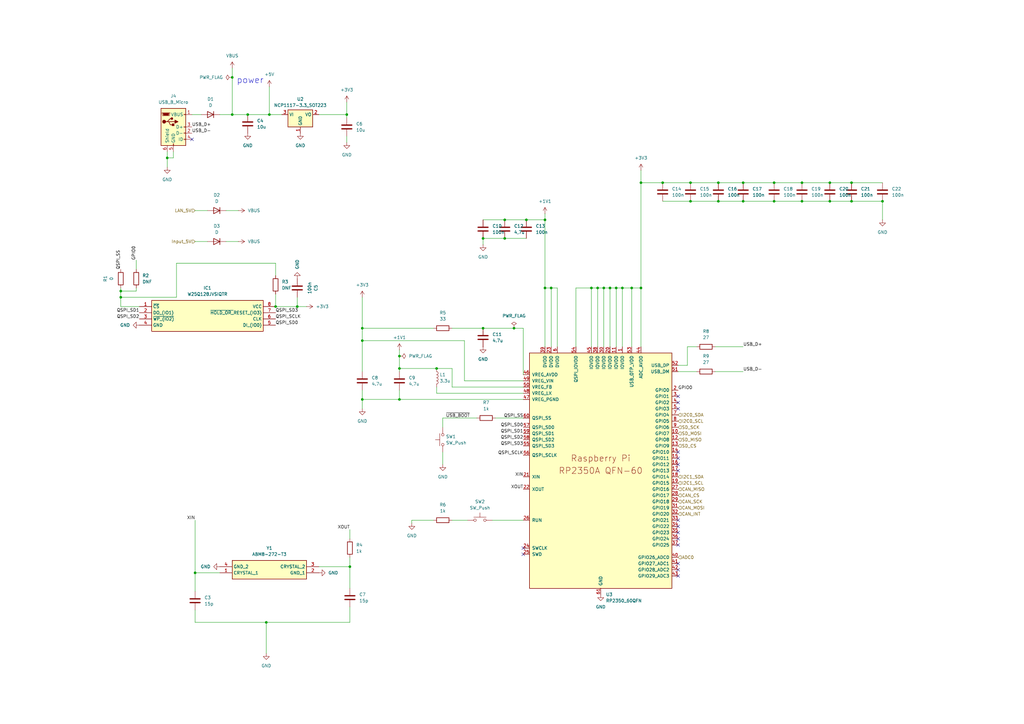
<source format=kicad_sch>
(kicad_sch (version 20250114) (generator "eeschema") (generator_version "9.0")
  (paper "A3")
  (lib_symbols
    (symbol "Connector:USB_B_Micro" (pin_names (offset 1.016))
      (property "Reference" "J" (at -5.08 11.43 0))
      (property "Value" "USB_B_Micro" (at -5.08 8.89 0))
      (symbol "USB_B_Micro_0_1"
        (rectangle (start -5.08 -7.62) (end 5.08 7.62) (stroke (width 0.254)) (fill (type background)))
        (polyline (pts (xy -4.699 5.842) (xy -4.699 5.588) (xy -4.445 4.826) (xy -4.445 4.572) (xy -1.651 4.572) (xy -1.651 4.826) (xy -1.397 5.588) (xy -1.397 5.842) (xy -4.699 5.842)))
        (polyline (pts (xy -4.318 5.588) (xy -1.778 5.588) (xy -2.032 4.826) (xy -4.064 4.826) (xy -4.318 5.588)) (fill (type outline)))
        (circle (center -3.81 2.159) (radius 0.635) (stroke (width 0.254)) (fill (type outline)))
        (polyline (pts (xy -3.175 2.159) (xy -2.54 2.159) (xy -1.27 3.429) (xy -0.635 3.429)) (stroke (width 0.254)))
        (polyline (pts (xy -2.54 2.159) (xy -1.905 2.159) (xy -1.27 0.889) (xy 0 0.889)) (stroke (width 0.254)))
        (polyline (pts (xy -1.905 2.159) (xy 0.635 2.159)) (stroke (width 0.254)))
        (circle (center -0.635 3.429) (radius 0.381) (stroke (width 0.254)) (fill (type outline)))
        (rectangle (start -0.127 -7.62) (end 0.127 -6.858))
        (rectangle (start 0.254 1.27) (end -0.508 0.508) (stroke (width 0.254)) (fill (type outline)))
        (polyline (pts (xy 0.635 2.794) (xy 0.635 1.524) (xy 1.905 2.159) (xy 0.635 2.794)) (stroke (width 0.254)) (fill (type outline)))
        (rectangle (start 5.08 4.953) (end 4.318 5.207))
        (rectangle (start 5.08 -0.127) (end 4.318 0.127))
        (rectangle (start 5.08 -2.667) (end 4.318 -2.413))
        (rectangle (start 5.08 -5.207) (end 4.318 -4.953))
      )
      (symbol "USB_B_Micro_1_1"
        (pin passive line (at -2.54 -10.16 90) (length 2.54) (name "Shield") (number "6"))
        (pin power_out line (at 0 -10.16 90) (length 2.54) (name "GND") (number "5"))
        (pin power_out line (at 7.62 5.08 180) (length 2.54) (name "VBUS") (number "1"))
        (pin bidirectional line (at 7.62 0 180) (length 2.54) (name "D+") (number "3"))
        (pin bidirectional line (at 7.62 -2.54 180) (length 2.54) (name "D-") (number "2"))
        (pin passive line (at 7.62 -5.08 180) (length 2.54) (name "ID") (number "4"))
      )
    )
    (symbol "Device:C" (pin_numbers (hide yes)) (pin_names (offset 0.254))
      (property "Reference" "C" (at 0.635 2.54 0))
      (property "Value" "C" (at 0.635 -2.54 0))
      (symbol "C_0_1"
        (polyline (pts (xy -2.032 0.762) (xy 2.032 0.762)) (stroke (width 0.508)))
        (polyline (pts (xy -2.032 -0.762) (xy 2.032 -0.762)) (stroke (width 0.508)))
      )
      (symbol "C_1_1"
        (pin passive line (at 0 3.81 270) (length 2.794) (name "~") (number "1"))
        (pin passive line (at 0 -3.81 90) (length 2.794) (name "~") (number "2"))
      )
    )
    (symbol "Device:D" (pin_numbers (hide yes)) (pin_names (offset 1.016) (hide yes))
      (property "Reference" "D" (at 0 2.54 0))
      (property "Value" "D" (at 0 -2.54 0))
      (symbol "D_0_1"
        (polyline (pts (xy -1.27 1.27) (xy -1.27 -1.27)) (stroke (width 0.254)))
        (polyline (pts (xy 1.27 1.27) (xy 1.27 -1.27) (xy -1.27 0) (xy 1.27 1.27)) (stroke (width 0.254)))
        (polyline (pts (xy 1.27 0) (xy -1.27 0)))
      )
      (symbol "D_1_1"
        (pin passive line (at -3.81 0 0) (length 2.54) (name "K") (number "1"))
        (pin passive line (at 3.81 0 180) (length 2.54) (name "A") (number "2"))
      )
    )
    (symbol "Device:L" (pin_numbers (hide yes)) (pin_names (offset 1.016) (hide yes))
      (property "Reference" "L" (at -1.27 0 90))
      (property "Value" "L" (at 1.905 0 90))
      (symbol "L_0_1"
        (arc (start 0 2.54) (mid 0.6323 1.905) (end 0 1.27))
        (arc (start 0 1.27) (mid 0.6323 0.635) (end 0 0))
        (arc (start 0 0) (mid 0.6323 -0.635) (end 0 -1.27))
        (arc (start 0 -1.27) (mid 0.6323 -1.905) (end 0 -2.54))
      )
      (symbol "L_1_1"
        (pin passive line (at 0 3.81 270) (length 1.27) (name "1") (number "1"))
        (pin passive line (at 0 -3.81 90) (length 1.27) (name "2") (number "2"))
      )
    )
    (symbol "Device:R" (pin_numbers (hide yes)) (pin_names (offset 0))
      (property "Reference" "R" (at 2.032 0 90))
      (property "Value" "R" (at 0 0 90))
      (symbol "R_0_1"
        (rectangle (start -1.016 -2.54) (end 1.016 2.54) (stroke (width 0.254)))
      )
      (symbol "R_1_1"
        (pin passive line (at 0 3.81 270) (length 1.27) (name "~") (number "1"))
        (pin passive line (at 0 -3.81 90) (length 1.27) (name "~") (number "2"))
      )
    )
    (symbol "MCU_RaspberryPi_RP2350:RP2350_60QFN" (pin_names (offset 1.016))
      (property "Reference" "U" (at -29.21 49.53 0))
      (property "Value" "RP2350_60QFN" (at 24.13 -49.53 0))
      (symbol "RP2350_60QFN_0_0"
        (text "Raspberry Pi" (at 0 5.08 0) (effects (font (size 2.54 2.54))))
      )
      (symbol "RP2350_60QFN_0_1"
        (rectangle (start 29.21 48.26) (end -29.21 -48.26) (stroke (width 0.254)) (fill (type background)))
      )
      (symbol "RP2350_60QFN_1_0"
        (text "RP2350A QFN-60" (at 0 0 0) (effects (font (size 2.54 2.54))))
      )
      (symbol "RP2350_60QFN_1_1"
        (pin power_in line (at -31.75 39.37 0) (length 2.54) (name "VREG_AVDD") (number "46"))
        (pin power_in line (at -31.75 36.83 0) (length 2.54) (name "VREG_VIN") (number "49"))
        (pin input line (at -31.75 34.29 0) (length 2.54) (name "VREG_FB") (number "50"))
        (pin power_out line (at -31.75 31.75 0) (length 2.54) (name "VREG_LX") (number "48"))
        (pin power_in line (at -31.75 29.21 0) (length 2.54) (name "VREG_PGND") (number "47"))
        (pin bidirectional line (at -31.75 21.59 0) (length 2.54) (name "QSPI_SS") (number "60"))
        (pin bidirectional line (at -31.75 17.78 0) (length 2.54) (name "QSPI_SD0") (number "57"))
        (pin bidirectional line (at -31.75 15.24 0) (length 2.54) (name "QSPI_SD1") (number "59"))
        (pin bidirectional line (at -31.75 12.7 0) (length 2.54) (name "QSPI_SD2") (number "58"))
        (pin bidirectional line (at -31.75 10.16 0) (length 2.54) (name "QSPI_SD3") (number "55"))
        (pin output line (at -31.75 6.35 0) (length 2.54) (name "QSPI_SCLK") (number "56"))
        (pin input line (at -31.75 -2.54 0) (length 2.54) (name "XIN") (number "21"))
        (pin passive line (at -31.75 -7.62 0) (length 2.54) (name "XOUT") (number "22"))
        (pin input line (at -31.75 -20.32 0) (length 2.54) (name "RUN") (number "26"))
        (pin output line (at -31.75 -31.75 0) (length 2.54) (name "SWCLK") (number "24"))
        (pin bidirectional line (at -31.75 -34.29 0) (length 2.54) (name "SWD") (number "25"))
        (pin power_in line (at -22.86 50.8 270) (length 2.54) (name "DVDD") (number "39"))
        (pin power_in line (at -20.32 50.8 270) (length 2.54) (name "DVDD") (number "23"))
        (pin power_in line (at -17.78 50.8 270) (length 2.54) (name "DVDD") (number "6"))
        (pin power_in line (at -10.16 50.8 270) (length 2.54) (name "QSPI_IOVDD") (number "54"))
        (pin power_in line (at -3.81 50.8 270) (length 2.54) (name "IOVDD") (number "45"))
        (pin power_in line (at -1.27 50.8 270) (length 2.54) (name "IOVDD") (number "38"))
        (pin power_in line (at 0 -50.8 90) (length 2.54) (name "GND") (number "61"))
        (pin power_in line (at 1.27 50.8 270) (length 2.54) (name "IOVDD") (number "30"))
        (pin power_in line (at 3.81 50.8 270) (length 2.54) (name "IOVDD") (number "20"))
        (pin power_in line (at 6.35 50.8 270) (length 2.54) (name "IOVDD") (number "11"))
        (pin power_in line (at 8.89 50.8 270) (length 2.54) (name "IOVDD") (number "1"))
        (pin power_in line (at 12.7 50.8 270) (length 2.54) (name "USB_OTP_VDD") (number "53"))
        (pin power_in line (at 16.51 50.8 270) (length 2.54) (name "ADC_AVDD") (number "44"))
        (pin bidirectional line (at 31.75 43.18 180) (length 2.54) (name "USB_DP") (number "52"))
        (pin bidirectional line (at 31.75 40.64 180) (length 2.54) (name "USB_DM") (number "51"))
        (pin bidirectional line (at 31.75 33.02 180) (length 2.54) (name "GPIO0") (number "2"))
        (pin bidirectional line (at 31.75 30.48 180) (length 2.54) (name "GPIO1") (number "3"))
        (pin bidirectional line (at 31.75 27.94 180) (length 2.54) (name "GPIO2") (number "4"))
        (pin bidirectional line (at 31.75 25.4 180) (length 2.54) (name "GPIO3") (number "5"))
        (pin bidirectional line (at 31.75 22.86 180) (length 2.54) (name "GPIO4") (number "7"))
        (pin bidirectional line (at 31.75 20.32 180) (length 2.54) (name "GPIO5") (number "8"))
        (pin bidirectional line (at 31.75 17.78 180) (length 2.54) (name "GPIO6") (number "9"))
        (pin bidirectional line (at 31.75 15.24 180) (length 2.54) (name "GPIO7") (number "10"))
        (pin bidirectional line (at 31.75 12.7 180) (length 2.54) (name "GPIO8") (number "12"))
        (pin bidirectional line (at 31.75 10.16 180) (length 2.54) (name "GPIO9") (number "13"))
        (pin bidirectional line (at 31.75 7.62 180) (length 2.54) (name "GPIO10") (number "14"))
        (pin bidirectional line (at 31.75 5.08 180) (length 2.54) (name "GPIO11") (number "15"))
        (pin bidirectional line (at 31.75 2.54 180) (length 2.54) (name "GPIO12") (number "16"))
        (pin bidirectional line (at 31.75 0 180) (length 2.54) (name "GPIO13") (number "17"))
        (pin bidirectional line (at 31.75 -2.54 180) (length 2.54) (name "GPIO14") (number "18"))
        (pin bidirectional line (at 31.75 -5.08 180) (length 2.54) (name "GPIO15") (number "19"))
        (pin bidirectional line (at 31.75 -7.62 180) (length 2.54) (name "GPIO16") (number "27"))
        (pin bidirectional line (at 31.75 -10.16 180) (length 2.54) (name "GPIO17") (number "28"))
        (pin bidirectional line (at 31.75 -12.7 180) (length 2.54) (name "GPIO18") (number "29"))
        (pin bidirectional line (at 31.75 -15.24 180) (length 2.54) (name "GPIO19") (number "31"))
        (pin bidirectional line (at 31.75 -17.78 180) (length 2.54) (name "GPIO20") (number "32"))
        (pin bidirectional line (at 31.75 -20.32 180) (length 2.54) (name "GPIO21") (number "33"))
        (pin bidirectional line (at 31.75 -22.86 180) (length 2.54) (name "GPIO22") (number "34"))
        (pin bidirectional line (at 31.75 -25.4 180) (length 2.54) (name "GPIO23") (number "35"))
        (pin bidirectional line (at 31.75 -27.94 180) (length 2.54) (name "GPIO24") (number "36"))
        (pin bidirectional line (at 31.75 -30.48 180) (length 2.54) (name "GPIO25") (number "37"))
        (pin bidirectional line (at 31.75 -35.56 180) (length 2.54) (name "GPIO26_ADC0") (number "40"))
        (pin bidirectional line (at 31.75 -38.1 180) (length 2.54) (name "GPIO27_ADC1") (number "41"))
        (pin bidirectional line (at 31.75 -40.64 180) (length 2.54) (name "GPIO28_ADC2") (number "42"))
        (pin bidirectional line (at 31.75 -43.18 180) (length 2.54) (name "GPIO29_ADC3") (number "43"))
      )
    )
    (symbol "Regulator_Linear:NCP1117-3.3_SOT223"
      (property "Reference" "U" (at -3.81 3.175 0))
      (property "Value" "NCP1117-3.3_SOT223" (at 0 3.175 0))
      (symbol "NCP1117-3.3_SOT223_0_1"
        (rectangle (start -5.08 -5.08) (end 5.08 1.905) (stroke (width 0.254)) (fill (type background)))
      )
      (symbol "NCP1117-3.3_SOT223_1_1"
        (pin power_in line (at -7.62 0 0) (length 2.54) (name "VI") (number "3"))
        (pin power_in line (at 0 -7.62 90) (length 2.54) (name "GND") (number "1"))
        (pin power_out line (at 7.62 0 180) (length 2.54) (name "VO") (number "2"))
      )
    )
    (symbol "SamacSys_Parts:ABM8-272-T3"
      (property "Reference" "Y" (at 36.83 7.62 0))
      (property "Value" "ABM8-272-T3" (at 36.83 5.08 0))
      (symbol "ABM8-272-T3_1_1"
        (rectangle (start 5.08 2.54) (end 35.56 -5.08) (stroke (width 0.254)) (fill (type background)))
        (pin passive line (at 0 0 0) (length 5.08) (name "GND_2") (number "4"))
        (pin passive line (at 0 -2.54 0) (length 5.08) (name "CRYSTAL_1") (number "1"))
        (pin passive line (at 40.64 0 180) (length 5.08) (name "CRYSTAL_2") (number "3"))
        (pin passive line (at 40.64 -2.54 180) (length 5.08) (name "GND_1") (number "2"))
      )
    )
    (symbol "Switch:SW_Push" (pin_numbers (hide yes)) (pin_names (offset 1.016) (hide yes))
      (property "Reference" "SW" (at 1.27 2.54 0))
      (property "Value" "SW_Push" (at 0 -1.524 0))
      (symbol "SW_Push_0_1"
        (circle (center -2.032 0) (radius 0.508))
        (polyline (pts (xy 0 1.27) (xy 0 3.048)))
        (circle (center 2.032 0) (radius 0.508))
        (polyline (pts (xy 2.54 1.27) (xy -2.54 1.27)))
        (pin passive line (at -5.08 0 0) (length 2.54) (name "1") (number "1"))
        (pin passive line (at 5.08 0 180) (length 2.54) (name "2") (number "2"))
      )
    )
    (symbol "W25Q128JVSIQTR:W25Q128JVSIQTR"
      (property "Reference" "IC" (at 52.07 7.62 0))
      (property "Value" "W25Q128JVSIQTR" (at 52.07 5.08 0))
      (symbol "W25Q128JVSIQTR_1_1"
        (rectangle (start 5.08 2.54) (end 50.8 -10.16) (stroke (width 0.254)) (fill (type background)))
        (pin passive line (at 0 0 0) (length 5.08) (name "~{CS}") (number "1"))
        (pin passive line (at 0 -2.54 0) (length 5.08) (name "DO_(IO1)") (number "2"))
        (pin passive line (at 0 -5.08 0) (length 5.08) (name "~{WP_(IO2)}") (number "3"))
        (pin passive line (at 0 -7.62 0) (length 5.08) (name "GND") (number "4"))
        (pin passive line (at 55.88 0 180) (length 5.08) (name "VCC") (number "8"))
        (pin passive line (at 55.88 -2.54 180) (length 5.08) (name "~{HOLD_OR_}RESET_(IO3)") (number "7"))
        (pin passive line (at 55.88 -5.08 180) (length 5.08) (name "CLK") (number "6"))
        (pin passive line (at 55.88 -7.62 180) (length 5.08) (name "DI_(IO0)") (number "5"))
      )
    )
    (symbol "power:+1V1" (power) (pin_numbers (hide yes)) (pin_names (offset 0) (hide yes))
      (property "Value" "+1V1" (at 0 3.556 0))
      (symbol "+1V1_0_1"
        (polyline (pts (xy -0.762 1.27) (xy 0 2.54)))
        (polyline (pts (xy 0 2.54) (xy 0.762 1.27)))
        (polyline (pts (xy 0 0) (xy 0 2.54)))
      )
      (symbol "+1V1_1_1"
        (pin power_in line (at 0 0 90) (length 0) (name "~") (number "1"))
      )
    )
    (symbol "power:+3V3" (power) (pin_numbers (hide yes)) (pin_names (offset 0) (hide yes))
      (property "Value" "+3V3" (at 0 3.556 0))
      (symbol "+3V3_0_1"
        (polyline (pts (xy -0.762 1.27) (xy 0 2.54)))
        (polyline (pts (xy 0 2.54) (xy 0.762 1.27)))
        (polyline (pts (xy 0 0) (xy 0 2.54)))
      )
      (symbol "+3V3_1_1"
        (pin power_in line (at 0 0 90) (length 0) (name "~") (number "1"))
      )
    )
    (symbol "power:+5V" (power) (pin_numbers (hide yes)) (pin_names (offset 0) (hide yes))
      (property "Value" "+5V" (at 0 3.556 0))
      (symbol "+5V_0_1"
        (polyline (pts (xy -0.762 1.27) (xy 0 2.54)))
        (polyline (pts (xy 0 2.54) (xy 0.762 1.27)))
        (polyline (pts (xy 0 0) (xy 0 2.54)))
      )
      (symbol "+5V_1_1"
        (pin power_in line (at 0 0 90) (length 0) (name "~") (number "1"))
      )
    )
    (symbol "power:GND" (power) (pin_numbers (hide yes)) (pin_names (offset 0) (hide yes))
      (property "Value" "GND" (at 0 -3.81 0))
      (symbol "GND_0_1"
        (polyline (pts (xy 0 0) (xy 0 -1.27) (xy 1.27 -1.27) (xy 0 -2.54) (xy -1.27 -1.27) (xy 0 -1.27)))
      )
      (symbol "GND_1_1"
        (pin power_in line (at 0 0 270) (length 0) (name "~") (number "1"))
      )
    )
    (symbol "power:PWR_FLAG" (power) (pin_numbers (hide yes)) (pin_names (offset 0) (hide yes))
      (property "Value" "PWR_FLAG" (at 0 3.81 0))
      (symbol "PWR_FLAG_0_0"
        (pin power_out line (at 0 0 90) (length 0) (name "~") (number "1"))
      )
      (symbol "PWR_FLAG_0_1"
        (polyline (pts (xy 0 0) (xy 0 1.27) (xy -1.016 1.905) (xy 0 2.54) (xy 1.016 1.905) (xy 0 1.27)))
      )
    )
    (symbol "power:VBUS" (power) (pin_numbers (hide yes)) (pin_names (offset 0) (hide yes))
      (property "Value" "VBUS" (at 0 3.556 0))
      (symbol "VBUS_0_1"
        (polyline (pts (xy -0.762 1.27) (xy 0 2.54)))
        (polyline (pts (xy 0 2.54) (xy 0.762 1.27)))
        (polyline (pts (xy 0 0) (xy 0 2.54)))
      )
      (symbol "VBUS_1_1"
        (pin power_in line (at 0 0 90) (length 0) (name "~") (number "1"))
      )
    )
  )
  (text "power" (at 102.616 33.02 0) (effects (font (size 2.54 2.54))))
  (junction (at 294.64 74.93))
  (junction (at 163.83 146.05))
  (junction (at 283.21 82.55))
  (junction (at 259.08 118.11))
  (junction (at 304.8 82.55))
  (junction (at 207.01 90.17))
  (junction (at 148.59 139.7))
  (junction (at 163.83 151.13))
  (junction (at 283.21 74.93))
  (junction (at 294.64 82.55))
  (junction (at 247.65 118.11))
  (junction (at 49.53 121.92))
  (junction (at 361.95 82.55))
  (junction (at 95.25 46.99))
  (junction (at 95.25 31.75))
  (junction (at 68.58 64.77))
  (junction (at 250.19 118.11))
  (junction (at 198.12 134.62))
  (junction (at 101.6 46.99))
  (junction (at 223.52 118.11))
  (junction (at 49.53 119.38))
  (junction (at 148.59 134.62))
  (junction (at 163.83 163.83))
  (junction (at 113.03 125.73))
  (junction (at 317.5 74.93))
  (junction (at 317.5 82.55))
  (junction (at 271.78 74.93))
  (junction (at 80.01 234.95))
  (junction (at 198.12 97.79))
  (junction (at 349.25 82.55))
  (junction (at 262.89 118.11))
  (junction (at 121.92 125.73))
  (junction (at 262.89 74.93))
  (junction (at 215.9 90.17))
  (junction (at 340.36 74.93))
  (junction (at 328.93 82.55))
  (junction (at 223.52 90.17))
  (junction (at 328.93 74.93))
  (junction (at 340.36 82.55))
  (junction (at 304.8 74.93))
  (junction (at 252.73 118.11))
  (junction (at 245.11 118.11))
  (junction (at 109.22 255.27))
  (junction (at 143.51 232.41))
  (junction (at 255.27 118.11))
  (junction (at 349.25 74.93))
  (junction (at 210.82 134.62))
  (junction (at 148.59 163.83))
  (junction (at 179.07 151.13))
  (junction (at 110.49 46.99))
  (junction (at 242.57 118.11))
  (junction (at 142.24 46.99))
  (junction (at 226.06 118.11))
  (junction (at 207.01 97.79))
  (no_connect (at 278.13 213.36))
  (no_connect (at 278.13 185.42))
  (no_connect (at 278.13 215.9))
  (no_connect (at 278.13 187.96))
  (no_connect (at 278.13 190.5))
  (no_connect (at 278.13 162.56))
  (no_connect (at 278.13 236.22))
  (no_connect (at 214.63 224.79))
  (no_connect (at 278.13 193.04))
  (no_connect (at 278.13 233.68))
  (no_connect (at 278.13 223.52))
  (no_connect (at 278.13 218.44))
  (no_connect (at 278.13 165.1))
  (no_connect (at 278.13 231.14))
  (no_connect (at 278.13 167.64))
  (no_connect (at 78.74 57.15))
  (no_connect (at 278.13 220.98))
  (no_connect (at 214.63 227.33))
  (wire (pts (xy 250.19 118.11) (xy 250.19 142.24)))
  (wire (pts (xy 285.75 142.24) (xy 281.94 142.24)))
  (wire (pts (xy 214.63 134.62) (xy 210.82 134.62)))
  (wire (pts (xy 340.36 74.93) (xy 349.25 74.93)))
  (wire (pts (xy 92.71 99.06) (xy 97.79 99.06)))
  (wire (pts (xy 304.8 82.55) (xy 317.5 82.55)))
  (wire (pts (xy 255.27 118.11) (xy 255.27 142.24)))
  (wire (pts (xy 163.83 146.05) (xy 163.83 151.13)))
  (wire (pts (xy 228.6 142.24) (xy 228.6 118.11)))
  (wire (pts (xy 109.22 255.27) (xy 143.51 255.27)))
  (wire (pts (xy 143.51 248.92) (xy 143.51 255.27)))
  (wire (pts (xy 198.12 97.79) (xy 198.12 100.33)))
  (wire (pts (xy 143.51 232.41) (xy 143.51 241.3)))
  (wire (pts (xy 245.11 118.11) (xy 245.11 142.24)))
  (wire (pts (xy 328.93 82.55) (xy 340.36 82.55)))
  (wire (pts (xy 121.92 121.92) (xy 121.92 125.73)))
  (wire (pts (xy 148.59 163.83) (xy 148.59 160.02)))
  (wire (pts (xy 190.5 139.7) (xy 148.59 139.7)))
  (wire (pts (xy 252.73 118.11) (xy 252.73 142.24)))
  (wire (pts (xy 271.78 82.55) (xy 283.21 82.55)))
  (wire (pts (xy 294.64 82.55) (xy 304.8 82.55)))
  (wire (pts (xy 281.94 142.24) (xy 281.94 149.86)))
  (wire (pts (xy 130.81 46.99) (xy 142.24 46.99)))
  (wire (pts (xy 226.06 118.11) (xy 223.52 118.11)))
  (wire (pts (xy 250.19 118.11) (xy 252.73 118.11)))
  (wire (pts (xy 113.03 125.73) (xy 121.92 125.73)))
  (wire (pts (xy 259.08 118.11) (xy 259.08 142.24)))
  (wire (pts (xy 214.63 161.29) (xy 179.07 161.29)))
  (wire (pts (xy 293.37 142.24) (xy 304.8 142.24)))
  (wire (pts (xy 361.95 82.55) (xy 361.95 90.17)))
  (wire (pts (xy 113.03 120.65) (xy 113.03 125.73)))
  (wire (pts (xy 71.12 62.23) (xy 71.12 64.77)))
  (wire (pts (xy 195.58 171.45) (xy 181.61 171.45)))
  (wire (pts (xy 68.58 62.23) (xy 68.58 64.77)))
  (wire (pts (xy 304.8 74.93) (xy 317.5 74.93)))
  (wire (pts (xy 55.88 110.49) (xy 55.88 106.68)))
  (wire (pts (xy 262.89 118.11) (xy 262.89 142.24)))
  (wire (pts (xy 214.63 153.67) (xy 214.63 134.62)))
  (wire (pts (xy 262.89 69.85) (xy 262.89 74.93)))
  (wire (pts (xy 49.53 121.92) (xy 72.39 121.92)))
  (wire (pts (xy 228.6 118.11) (xy 226.06 118.11)))
  (wire (pts (xy 142.24 46.99) (xy 142.24 48.26)))
  (wire (pts (xy 110.49 35.56) (xy 110.49 46.99)))
  (wire (pts (xy 148.59 121.92) (xy 148.59 134.62)))
  (wire (pts (xy 148.59 163.83) (xy 163.83 163.83)))
  (wire (pts (xy 198.12 97.79) (xy 207.01 97.79)))
  (wire (pts (xy 271.78 74.93) (xy 283.21 74.93)))
  (wire (pts (xy 72.39 121.92) (xy 72.39 107.95)))
  (wire (pts (xy 49.53 125.73) (xy 57.15 125.73)))
  (wire (pts (xy 49.53 119.38) (xy 55.88 119.38)))
  (wire (pts (xy 198.12 90.17) (xy 207.01 90.17)))
  (wire (pts (xy 92.71 86.36) (xy 97.79 86.36)))
  (wire (pts (xy 349.25 82.55) (xy 361.95 82.55)))
  (wire (pts (xy 190.5 156.21) (xy 190.5 139.7)))
  (wire (pts (xy 317.5 82.55) (xy 328.93 82.55)))
  (wire (pts (xy 95.25 27.94) (xy 95.25 31.75)))
  (wire (pts (xy 214.63 158.75) (xy 185.42 158.75)))
  (wire (pts (xy 349.25 74.93) (xy 361.95 74.93)))
  (wire (pts (xy 223.52 87.63) (xy 223.52 90.17)))
  (wire (pts (xy 113.03 107.95) (xy 113.03 113.03)))
  (wire (pts (xy 278.13 149.86) (xy 281.94 149.86)))
  (wire (pts (xy 143.51 228.6) (xy 143.51 232.41)))
  (wire (pts (xy 80.01 99.06) (xy 85.09 99.06)))
  (wire (pts (xy 130.81 232.41) (xy 143.51 232.41)))
  (wire (pts (xy 223.52 118.11) (xy 223.52 142.24)))
  (wire (pts (xy 278.13 152.4) (xy 285.75 152.4)))
  (wire (pts (xy 95.25 31.75) (xy 95.25 46.99)))
  (wire (pts (xy 252.73 118.11) (xy 255.27 118.11)))
  (wire (pts (xy 142.24 41.91) (xy 142.24 46.99)))
  (wire (pts (xy 163.83 151.13) (xy 163.83 152.4)))
  (wire (pts (xy 49.53 121.92) (xy 49.53 125.73)))
  (wire (pts (xy 49.53 119.38) (xy 49.53 121.92)))
  (wire (pts (xy 317.5 74.93) (xy 328.93 74.93)))
  (wire (pts (xy 148.59 139.7) (xy 148.59 152.4)))
  (wire (pts (xy 215.9 90.17) (xy 223.52 90.17)))
  (wire (pts (xy 80.01 213.36) (xy 80.01 234.95)))
  (wire (pts (xy 148.59 134.62) (xy 148.59 139.7)))
  (wire (pts (xy 55.88 119.38) (xy 55.88 118.11)))
  (wire (pts (xy 294.64 74.93) (xy 304.8 74.93)))
  (wire (pts (xy 247.65 118.11) (xy 250.19 118.11)))
  (wire (pts (xy 177.8 213.36) (xy 168.91 213.36)))
  (wire (pts (xy 226.06 142.24) (xy 226.06 118.11)))
  (wire (pts (xy 236.22 118.11) (xy 242.57 118.11)))
  (wire (pts (xy 95.25 46.99) (xy 101.6 46.99)))
  (wire (pts (xy 80.01 234.95) (xy 90.17 234.95)))
  (wire (pts (xy 340.36 82.55) (xy 349.25 82.55)))
  (wire (pts (xy 259.08 118.11) (xy 262.89 118.11)))
  (wire (pts (xy 207.01 97.79) (xy 215.9 97.79)))
  (wire (pts (xy 90.17 46.99) (xy 95.25 46.99)))
  (wire (pts (xy 242.57 118.11) (xy 245.11 118.11)))
  (wire (pts (xy 203.2 171.45) (xy 214.63 171.45)))
  (wire (pts (xy 80.01 255.27) (xy 109.22 255.27)))
  (wire (pts (xy 110.49 46.99) (xy 115.57 46.99)))
  (wire (pts (xy 185.42 158.75) (xy 185.42 151.13)))
  (wire (pts (xy 49.53 119.38) (xy 49.53 118.11)))
  (wire (pts (xy 68.58 64.77) (xy 68.58 68.58)))
  (wire (pts (xy 262.89 74.93) (xy 271.78 74.93)))
  (wire (pts (xy 245.11 118.11) (xy 247.65 118.11)))
  (wire (pts (xy 163.83 151.13) (xy 179.07 151.13)))
  (wire (pts (xy 80.01 234.95) (xy 80.01 242.57)))
  (wire (pts (xy 214.63 156.21) (xy 190.5 156.21)))
  (wire (pts (xy 109.22 255.27) (xy 109.22 267.97)))
  (wire (pts (xy 185.42 213.36) (xy 191.77 213.36)))
  (wire (pts (xy 78.74 46.99) (xy 82.55 46.99)))
  (wire (pts (xy 168.91 213.36) (xy 168.91 214.63)))
  (wire (pts (xy 236.22 142.24) (xy 236.22 118.11)))
  (wire (pts (xy 210.82 134.62) (xy 198.12 134.62)))
  (wire (pts (xy 283.21 82.55) (xy 294.64 82.55)))
  (wire (pts (xy 80.01 250.19) (xy 80.01 255.27)))
  (wire (pts (xy 179.07 151.13) (xy 185.42 151.13)))
  (wire (pts (xy 179.07 161.29) (xy 179.07 158.75)))
  (wire (pts (xy 328.93 74.93) (xy 340.36 74.93)))
  (wire (pts (xy 283.21 74.93) (xy 294.64 74.93)))
  (wire (pts (xy 80.01 86.36) (xy 85.09 86.36)))
  (wire (pts (xy 293.37 152.4) (xy 304.8 152.4)))
  (wire (pts (xy 255.27 118.11) (xy 259.08 118.11)))
  (wire (pts (xy 148.59 167.64) (xy 148.59 163.83)))
  (wire (pts (xy 72.39 107.95) (xy 113.03 107.95)))
  (wire (pts (xy 163.83 163.83) (xy 214.63 163.83)))
  (wire (pts (xy 142.24 58.42) (xy 142.24 55.88)))
  (wire (pts (xy 223.52 90.17) (xy 223.52 118.11)))
  (wire (pts (xy 121.92 125.73) (xy 125.73 125.73)))
  (wire (pts (xy 181.61 185.42) (xy 181.61 190.5)))
  (wire (pts (xy 163.83 160.02) (xy 163.83 163.83)))
  (wire (pts (xy 143.51 217.17) (xy 143.51 220.98)))
  (wire (pts (xy 181.61 171.45) (xy 181.61 175.26)))
  (wire (pts (xy 163.83 143.51) (xy 163.83 146.05)))
  (wire (pts (xy 101.6 46.99) (xy 110.49 46.99)))
  (wire (pts (xy 242.57 118.11) (xy 242.57 142.24)))
  (wire (pts (xy 71.12 64.77) (xy 68.58 64.77)))
  (wire (pts (xy 262.89 74.93) (xy 262.89 118.11)))
  (wire (pts (xy 214.63 213.36) (xy 201.93 213.36)))
  (wire (pts (xy 148.59 134.62) (xy 177.8 134.62)))
  (wire (pts (xy 247.65 118.11) (xy 247.65 142.24)))
  (wire (pts (xy 207.01 90.17) (xy 215.9 90.17)))
  (wire (pts (xy 185.42 134.62) (xy 198.12 134.62)))
  (label "XOUT" (at 143.51 217.17 180))
  (label "QSPI_SD1" (at 214.63 177.8 180))
  (label "QSPI_SD0" (at 113.03 133.35 0))
  (label "QSPI_SCLK" (at 113.03 130.81 0))
  (label "XIN" (at 80.01 213.36 180))
  (label "QSPI_SD2" (at 57.15 130.81 180))
  (label "QSPI_SD2" (at 214.63 180.34 180))
  (label "QSPI_SD3" (at 214.63 182.88 180))
  (label "QSPI_SCLK" (at 214.63 186.69 180))
  (label "USB_D-" (at 304.8 152.4 0))
  (label "QSPI_SS" (at 214.63 171.45 180))
  (label "GPIO0" (at 55.88 106.68 90))
  (label "QSPI_SD3" (at 113.03 128.27 0))
  (label "~{USB_BOOT}" (at 182.88 171.45 0))
  (label "USB_D+" (at 304.8 142.24 0))
  (label "USB_D+" (at 78.74 52.07 0))
  (label "QSPI_SS" (at 49.53 110.49 90))
  (label "USB_D-" (at 78.74 54.61 0))
  (label "XOUT" (at 214.63 200.66 180))
  (label "GPIO0" (at 278.13 160.02 0))
  (label "QSPI_SD0" (at 214.63 175.26 180))
  (label "QSPI_SD1" (at 57.15 128.27 180))
  (label "XIN" (at 214.63 195.58 180))
  (hierarchical_label "CAN_SCK" (shape input) (at 278.13 205.74 0))
  (hierarchical_label "LAN_5V" (shape input) (at 80.01 86.36 180))
  (hierarchical_label "CAN_MISO" (shape input) (at 278.13 200.66 0))
  (hierarchical_label "CAN_CS" (shape input) (at 278.13 203.2 0))
  (hierarchical_label "I2C1_SDA" (shape input) (at 278.13 195.58 0))
  (hierarchical_label "I2C0_SDA" (shape input) (at 278.13 170.18 0))
  (hierarchical_label "SD_SCK" (shape input) (at 278.13 175.26 0))
  (hierarchical_label "SD_MOSI" (shape input) (at 278.13 177.8 0))
  (hierarchical_label "Input_5V" (shape input) (at 80.01 99.06 180))
  (hierarchical_label "SD_MISO" (shape input) (at 278.13 180.34 0))
  (hierarchical_label "SD_CS" (shape input) (at 278.13 182.88 0))
  (hierarchical_label "ADC0" (shape input) (at 278.13 228.6 0))
  (hierarchical_label "I2C1_SCL" (shape input) (at 278.13 198.12 0))
  (hierarchical_label "I2C0_SCL" (shape input) (at 278.13 172.72 0))
  (hierarchical_label "CAN_INT" (shape input) (at 278.13 210.82 0))
  (hierarchical_label "CAN_MOSI" (shape input) (at 278.13 208.28 0))
  (symbol (lib_id "Device:R") (at 199.39 171.45 270) (unit 1)
    (property "Reference" "R7" (at 199.39 165.1 90))
    (property "Value" "1k" (at 199.39 167.64 90))
    (property "Footprint" "Resistor_SMD:R_0402_1005Metric" (effects (hide yes)))
    (property "Description" "Resistor" (effects (hide yes)))
  )
  (symbol (lib_id "power:GND") (at 57.15 133.35 270) (unit 1)
    (property "Reference" "#PWR012" (effects (hide yes)))
    (property "Value" "GND" (at 53.34 133.3499 90) (effects (justify right)))
    (property "Description" "Power symbol creates a global label with name \"GND\" , ground" (effects (hide yes)))
  )
  (symbol (lib_id "Device:C") (at 142.24 52.07 0) (unit 1)
    (property "Reference" "C6" (at 146.05 50.7999 0) (effects (justify left)))
    (property "Value" "10u" (at 146.05 53.3399 0) (effects (justify left)))
    (property "Footprint" "Capacitor_SMD:C_0805_2012Metric" (effects (hide yes)))
    (property "Description" "Unpolarized capacitor" (effects (hide yes)))
  )
  (symbol (lib_id "MCU_RaspberryPi_RP2350:RP2350_60QFN") (at 246.38 193.04 0) (unit 1)
    (property "Reference" "U3" (at 248.5233 243.84 0) (effects (justify left)))
    (property "Value" "RP2350_60QFN" (at 248.5233 246.38 0) (effects (justify left)))
    (property "Footprint" "RP2350_60QFN_minimal:RP2350-QFN-60-1EP_7x7_P0.4mm_EP3.4x3.4mm_ThermalVias" (effects (hide yes)))
  )
  (symbol (lib_id "power:PWR_FLAG") (at 95.25 31.75 90) (unit 1)
    (property "Reference" "#FLG02" (effects (hide yes)))
    (property "Value" "PWR_FLAG" (at 91.44 31.7499 90) (effects (justify left)))
    (property "Description" "Special symbol for telling ERC where power comes from" (effects (hide yes)))
  )
  (symbol (lib_id "power:+3V3") (at 125.73 125.73 270) (unit 1)
    (property "Reference" "#PWR023" (effects (hide yes)))
    (property "Value" "+3V3" (at 129.54 125.7299 90) (effects (justify left)))
    (property "Description" "Power symbol creates a global label with name \"+3V3\"" (effects (hide yes)))
  )
  (symbol (lib_id "Device:C") (at 101.6 50.8 0) (unit 1)
    (property "Reference" "C4" (at 105.41 49.5299 0) (effects (justify left)))
    (property "Value" "10u" (at 105.41 52.0699 0) (effects (justify left)))
    (property "Footprint" "Capacitor_SMD:C_0805_2012Metric" (effects (hide yes)))
    (property "Description" "Unpolarized capacitor" (effects (hide yes)))
  )
  (symbol (lib_id "Device:R") (at 55.88 114.3 0) (unit 1)
    (property "Reference" "R2" (at 58.42 113.0299 0) (effects (justify left)))
    (property "Value" "DNF" (at 58.42 115.5699 0) (effects (justify left)))
    (property "Footprint" "Resistor_SMD:R_0402_1005Metric" (effects (hide yes)))
    (property "Description" "Resistor" (effects (hide yes)))
  )
  (symbol (lib_id "power:PWR_FLAG") (at 210.82 134.62 0) (unit 1)
    (property "Reference" "#FLG05" (effects (hide yes)))
    (property "Value" "PWR_FLAG" (at 210.82 129.54 0))
    (property "Description" "Special symbol for telling ERC where power comes from" (effects (hide yes)))
  )
  (symbol (lib_id "Device:R") (at 181.61 134.62 270) (unit 1)
    (property "Reference" "R5" (at 181.61 128.27 90))
    (property "Value" "33" (at 181.61 130.81 90))
    (property "Footprint" "Resistor_SMD:R_0402_1005Metric" (effects (hide yes)))
    (property "Description" "Resistor" (effects (hide yes)))
  )
  (symbol (lib_id "power:GND") (at 148.59 167.64 0) (unit 1)
    (property "Reference" "#PWR028" (effects (hide yes)))
    (property "Value" "GND" (at 148.59 172.72 0))
    (property "Description" "Power symbol creates a global label with name \"GND\" , ground" (effects (hide yes)))
  )
  (symbol (lib_id "Device:C") (at 349.25 78.74 0) (unit 1)
    (property "Reference" "C21" (at 353.06 77.4699 0) (effects (justify left)))
    (property "Value" "100n" (at 353.06 80.0099 0) (effects (justify left)))
    (property "Footprint" "Capacitor_SMD:C_0402_1005Metric" (effects (hide yes)))
    (property "Description" "Unpolarized capacitor" (effects (hide yes)))
  )
  (symbol (lib_id "Switch:SW_Push") (at 181.61 180.34 90) (unit 1)
    (property "Reference" "SW1" (at 182.88 179.0699 90) (effects (justify right)))
    (property "Value" "SW_Push" (at 182.88 181.6099 90) (effects (justify right)))
    (property "Footprint" "Button_Switch_SMD:SW_Push_1P1T_NO_Vertical_Wuerth_434133025816" (effects (hide yes)))
    (property "Description" "Push button switch, generic, two pins" (effects (hide yes)))
  )
  (symbol (lib_id "Device:R") (at 143.51 224.79 0) (unit 1)
    (property "Reference" "R4" (at 146.05 223.5199 0) (effects (justify left)))
    (property "Value" "1k" (at 146.05 226.0599 0) (effects (justify left)))
    (property "Footprint" "Resistor_SMD:R_0402_1005Metric" (effects (hide yes)))
    (property "Description" "Resistor" (effects (hide yes)))
  )
  (symbol (lib_id "Device:C") (at 163.83 156.21 0) (unit 1)
    (property "Reference" "C9" (at 167.64 154.9399 0) (effects (justify left)))
    (property "Value" "4,7u" (at 167.64 157.4799 0) (effects (justify left)))
    (property "Footprint" "RP2350_60QFN_minimal:C_0402_1005Metric_small_pads" (effects (hide yes)))
    (property "Description" "Unpolarized capacitor" (effects (hide yes)))
  )
  (symbol (lib_id "Device:C") (at 80.01 246.38 0) (unit 1)
    (property "Reference" "C3" (at 83.82 245.1099 0) (effects (justify left)))
    (property "Value" "15p" (at 83.82 247.6499 0) (effects (justify left)))
    (property "Footprint" "Capacitor_SMD:C_0402_1005Metric" (effects (hide yes)))
    (property "Description" "Unpolarized capacitor" (effects (hide yes)))
  )
  (symbol (lib_id "Device:C") (at 317.5 78.74 0) (unit 1)
    (property "Reference" "C18" (at 321.31 77.4699 0) (effects (justify left)))
    (property "Value" "100n" (at 321.31 80.0099 0) (effects (justify left)))
    (property "Footprint" "Capacitor_SMD:C_0402_1005Metric" (effects (hide yes)))
    (property "Description" "Unpolarized capacitor" (effects (hide yes)))
  )
  (symbol (lib_id "power:VBUS") (at 97.79 86.36 270) (unit 1)
    (property "Reference" "#PWR016" (effects (hide yes)))
    (property "Value" "VBUS" (at 101.6 86.3599 90) (effects (justify left)))
    (property "Description" "Power symbol creates a global label with name \"VBUS\"" (effects (hide yes)))
  )
  (symbol (lib_id "power:GND") (at 142.24 58.42 0) (unit 1)
    (property "Reference" "#PWR026" (effects (hide yes)))
    (property "Value" "GND" (at 142.24 63.5 0))
    (property "Description" "Power symbol creates a global label with name \"GND\" , ground" (effects (hide yes)))
  )
  (symbol (lib_id "power:GND") (at 68.58 68.58 0) (unit 1)
    (property "Reference" "#PWR013" (effects (hide yes)))
    (property "Value" "GND" (at 68.58 73.66 0))
    (property "Description" "Power symbol creates a global label with name \"GND\" , ground" (effects (hide yes)))
  )
  (symbol (lib_id "power:GND") (at 361.95 90.17 0) (unit 1)
    (property "Reference" "#PWR043" (effects (hide yes)))
    (property "Value" "GND" (at 361.95 95.25 0))
    (property "Description" "Power symbol creates a global label with name \"GND\" , ground" (effects (hide yes)))
  )
  (symbol (lib_id "power:+1V1") (at 223.52 87.63 0) (unit 1)
    (property "Reference" "#PWR040" (effects (hide yes)))
    (property "Value" "+1V1" (at 223.52 82.55 0))
    (property "Description" "Power symbol creates a global label with name \"+1V1\"" (effects (hide yes)))
  )
  (symbol (lib_id "Device:C") (at 148.59 156.21 0) (unit 1)
    (property "Reference" "C8" (at 152.4 154.9399 0) (effects (justify left)))
    (property "Value" "4.7u" (at 152.4 157.4799 0) (effects (justify left)))
    (property "Footprint" "RP2350_60QFN_minimal:C_0402_1005Metric_small_pads" (effects (hide yes)))
    (property "Description" "Unpolarized capacitor" (effects (hide yes)))
  )
  (symbol (lib_id "Device:C") (at 283.21 78.74 0) (unit 1)
    (property "Reference" "C15" (at 287.02 77.4699 0) (effects (justify left)))
    (property "Value" "100n" (at 287.02 80.0099 0) (effects (justify left)))
    (property "Footprint" "Capacitor_SMD:C_0402_1005Metric" (effects (hide yes)))
    (property "Description" "Unpolarized capacitor" (effects (hide yes)))
  )
  (symbol (lib_id "Connector:USB_B_Micro") (at 71.12 52.07 0) (unit 1)
    (property "Reference" "J4" (at 71.12 39.37 0))
    (property "Value" "USB_B_Micro" (at 71.12 41.91 0))
    (property "Footprint" "Connector_USB:USB_Micro-B_Amphenol_10103594-0001LF_Horizontal" (effects (hide yes)))
    (property "Description" "USB Micro Type B connector" (effects (hide yes)))
  )
  (symbol (lib_id "Device:D") (at 86.36 46.99 180) (unit 1)
    (property "Reference" "D1" (at 86.36 40.64 0))
    (property "Value" "D" (at 86.36 43.18 0))
    (property "Footprint" "Diode_SMD:D_SMA" (effects (hide yes)))
    (property "Description" "Diode" (effects (hide yes)))
    (property "Sim.Device" "D" (effects (hide yes)))
    (property "Sim.Pins" "1=K 2=A" (effects (hide yes)))
  )
  (symbol (lib_id "Device:D") (at 88.9 86.36 180) (unit 1)
    (property "Reference" "D2" (at 88.9 80.01 0))
    (property "Value" "D" (at 88.9 82.55 0))
    (property "Footprint" "Diode_SMD:D_SMA" (effects (hide yes)))
    (property "Description" "Diode" (effects (hide yes)))
    (property "Sim.Device" "D" (effects (hide yes)))
    (property "Sim.Pins" "1=K 2=A" (effects (hide yes)))
  )
  (symbol (lib_id "power:VBUS") (at 97.79 99.06 270) (unit 1)
    (property "Reference" "#PWR017" (effects (hide yes)))
    (property "Value" "VBUS" (at 101.6 99.0599 90) (effects (justify left)))
    (property "Description" "Power symbol creates a global label with name \"VBUS\"" (effects (hide yes)))
  )
  (symbol (lib_id "power:VBUS") (at 95.25 27.94 0) (unit 1)
    (property "Reference" "#PWR015" (effects (hide yes)))
    (property "Value" "VBUS" (at 95.25 22.86 0))
    (property "Description" "Power symbol creates a global label with name \"VBUS\"" (effects (hide yes)))
  )
  (symbol (lib_id "SamacSys_Parts:ABM8-272-T3") (at 90.17 232.41 0) (unit 1)
    (property "Reference" "Y1" (at 110.49 224.79 0))
    (property "Value" "ABM8-272-T3" (at 110.49 227.33 0))
    (property "Footprint" "Crystal:Crystal_SMD_3225-4Pin_3.2x2.5mm" (effects (hide yes)))
    (property "Datasheet" "https://abracon.com/datasheets/ABM8-272-T3.pdf" (effects (hide yes)))
    (property "Description" "Crystal, 12 MHz, SMD, 3.2mm x 2.5mm, 30 ppm, 10 pF, 30 ppm, ABM8 Series" (effects (hide yes)))
    (property "Height" "0.8" (effects (hide yes)))
    (property "Manufacturer_Name" "ABRACON" (effects (hide yes)))
    (property "Manufacturer_Part_Number" "ABM8-272-T3" (effects (hide yes)))
    (property "Mouser Part Number" "815-ABM8-272-T3" (effects (hide yes)))
    (property "Mouser Price/Stock" "https://www.mouser.co.uk/ProductDetail/ABRACON/ABM8-272-T3?qs=QpmGXVUTftEj6miOiJBMxQ%3D%3D" (effects (hide yes)))
  )
  (symbol (lib_id "power:GND") (at 130.81 234.95 90) (unit 1)
    (property "Reference" "#PWR024" (effects (hide yes)))
    (property "Value" "GND" (at 134.62 234.9499 90) (effects (justify right)))
    (property "Description" "Power symbol creates a global label with name \"GND\" , ground" (effects (hide yes)))
  )
  (symbol (lib_id "Device:C") (at 340.36 78.74 0) (unit 1)
    (property "Reference" "C20" (at 344.17 77.4699 0) (effects (justify left)))
    (property "Value" "100n" (at 344.17 80.0099 0) (effects (justify left)))
    (property "Footprint" "Capacitor_SMD:C_0402_1005Metric" (effects (hide yes)))
    (property "Description" "Unpolarized capacitor" (effects (hide yes)))
  )
  (symbol (lib_id "Device:R") (at 181.61 213.36 270) (unit 1)
    (property "Reference" "R6" (at 181.61 207.01 90))
    (property "Value" "1k" (at 181.61 209.55 90))
    (property "Footprint" "Resistor_SMD:R_0402_1005Metric" (effects (hide yes)))
    (property "Description" "Resistor" (effects (hide yes)))
  )
  (symbol (lib_id "power:GND") (at 181.61 190.5 0) (unit 1)
    (property "Reference" "#PWR037" (effects (hide yes)))
    (property "Value" "GND" (at 181.61 195.58 0))
    (property "Description" "Power symbol creates a global label with name \"GND\" , ground" (effects (hide yes)))
  )
  (symbol (lib_id "Device:R") (at 289.56 142.24 270) (unit 1)
    (property "Reference" "R8" (at 289.56 135.89 90))
    (property "Value" "27" (at 289.56 138.43 90))
    (property "Footprint" "Resistor_SMD:R_0402_1005Metric" (effects (hide yes)))
    (property "Description" "Resistor" (effects (hide yes)))
  )
  (symbol (lib_id "Device:C") (at 328.93 78.74 0) (unit 1)
    (property "Reference" "C19" (at 332.74 77.4699 0) (effects (justify left)))
    (property "Value" "100n" (at 332.74 80.0099 0) (effects (justify left)))
    (property "Footprint" "Capacitor_SMD:C_0402_1005Metric" (effects (hide yes)))
    (property "Description" "Unpolarized capacitor" (effects (hide yes)))
  )
  (symbol (lib_id "Device:C") (at 198.12 93.98 0) (unit 1)
    (property "Reference" "C10" (at 201.93 92.7099 0) (effects (justify left)))
    (property "Value" "100n" (at 201.93 95.2499 0) (effects (justify left)))
    (property "Footprint" "Capacitor_SMD:C_0402_1005Metric" (effects (hide yes)))
    (property "Description" "Unpolarized capacitor" (effects (hide yes)))
  )
  (symbol (lib_id "W25Q128JVSIQTR:W25Q128JVSIQTR") (at 57.15 125.73 0) (unit 1)
    (property "Reference" "IC1" (at 85.09 118.11 0))
    (property "Value" "W25Q128JVSIQTR" (at 85.09 120.65 0))
    (property "Footprint" "footprint:SOIC127P790X216-8N" (effects (hide yes)))
    (property "Datasheet" "https://www.winbond.com/resource-files/W25Q128JV%20RevM%2012242024%20Plus.pdf" (effects (hide yes)))
    (property "Description" "FLASH - NOR Memory IC 128Mbit SPI - Quad I/O, QPI 133 MHz 8-SOIC , 2.7V ~ 3.6V , -40C ~ 85C (TA)" (effects (hide yes)))
    (property "Height" "2.16" (effects (hide yes)))
    (property "Manufacturer_Name" "Winbond" (effects (hide yes)))
    (property "Manufacturer_Part_Number" "W25Q128JVSIQTR" (effects (hide yes)))
  )
  (symbol (lib_id "Device:C") (at 207.01 93.98 0) (unit 1)
    (property "Reference" "C12" (at 210.82 92.7099 0) (effects (justify left)))
    (property "Value" "4,7u" (at 210.82 95.2499 0) (effects (justify left)))
    (property "Footprint" "Capacitor_SMD:C_0402_1005Metric" (effects (hide yes)))
    (property "Description" "Unpolarized capacitor" (effects (hide yes)))
  )
  (symbol (lib_id "Device:C") (at 271.78 78.74 0) (unit 1)
    (property "Reference" "C14" (at 275.59 77.4699 0) (effects (justify left)))
    (property "Value" "100n" (at 275.59 80.0099 0) (effects (justify left)))
    (property "Footprint" "Capacitor_SMD:C_0402_1005Metric" (effects (hide yes)))
    (property "Description" "Unpolarized capacitor" (effects (hide yes)))
  )
  (symbol (lib_id "power:+3V3") (at 148.59 121.92 0) (unit 1)
    (property "Reference" "#PWR027" (effects (hide yes)))
    (property "Value" "+3V3" (at 148.59 116.84 0))
    (property "Description" "Power symbol creates a global label with name \"+3V3\"" (effects (hide yes)))
  )
  (symbol (lib_id "Switch:SW_Push") (at 196.85 213.36 0) (unit 1)
    (property "Reference" "SW2" (at 196.85 205.74 0))
    (property "Value" "SW_Push" (at 196.85 208.28 0))
    (property "Footprint" "Button_Switch_SMD:SW_Push_1P1T_NO_Vertical_Wuerth_434133025816" (effects (hide yes)))
    (property "Description" "Push button switch, generic, two pins" (effects (hide yes)))
  )
  (symbol (lib_id "power:GND") (at 123.19 54.61 0) (unit 1)
    (property "Reference" "#PWR022" (effects (hide yes)))
    (property "Value" "GND" (at 123.19 59.69 0))
    (property "Description" "Power symbol creates a global label with name \"GND\" , ground" (effects (hide yes)))
  )
  (symbol (lib_id "power:+1V1") (at 163.83 143.51 0) (unit 1)
    (property "Reference" "#PWR029" (effects (hide yes)))
    (property "Value" "+1V1" (at 163.83 138.43 0))
    (property "Description" "Power symbol creates a global label with name \"+1V1\"" (effects (hide yes)))
  )
  (symbol (lib_id "Device:C") (at 121.92 118.11 0) (unit 1)
    (property "Reference" "C5" (at 129.54 118.11 90))
    (property "Value" "100n" (at 127 118.11 90))
    (property "Footprint" "Capacitor_SMD:C_0402_1005Metric" (effects (hide yes)))
    (property "Description" "Unpolarized capacitor" (effects (hide yes)))
  )
  (symbol (lib_id "Device:C") (at 361.95 78.74 0) (unit 1)
    (property "Reference" "C22" (at 365.76 77.4699 0) (effects (justify left)))
    (property "Value" "100n" (at 365.76 80.0099 0) (effects (justify left)))
    (property "Footprint" "Capacitor_SMD:C_0402_1005Metric" (effects (hide yes)))
    (property "Description" "Unpolarized capacitor" (effects (hide yes)))
  )
  (symbol (lib_id "power:GND") (at 168.91 214.63 0) (unit 1)
    (property "Reference" "#PWR030" (effects (hide yes)))
    (property "Value" "GND" (at 168.91 219.71 0))
    (property "Description" "Power symbol creates a global label with name \"GND\" , ground" (effects (hide yes)))
  )
  (symbol (lib_id "power:+5V") (at 110.49 35.56 0) (unit 1)
    (property "Reference" "#PWR020" (effects (hide yes)))
    (property "Value" "+5V" (at 110.49 30.48 0))
    (property "Description" "Power symbol creates a global label with name \"+5V\"" (effects (hide yes)))
  )
  (symbol (lib_id "Device:D") (at 88.9 99.06 180) (unit 1)
    (property "Reference" "D3" (at 88.9 92.71 0))
    (property "Value" "D" (at 88.9 95.25 0))
    (property "Footprint" "Diode_SMD:D_SMA" (effects (hide yes)))
    (property "Description" "Diode" (effects (hide yes)))
    (property "Sim.Device" "D" (effects (hide yes)))
    (property "Sim.Pins" "1=K 2=A" (effects (hide yes)))
  )
  (symbol (lib_id "power:+3V3") (at 142.24 41.91 0) (unit 1)
    (property "Reference" "#PWR025" (effects (hide yes)))
    (property "Value" "+3V3" (at 142.24 36.83 0))
    (property "Description" "Power symbol creates a global label with name \"+3V3\"" (effects (hide yes)))
  )
  (symbol (lib_id "power:GND") (at 109.22 267.97 0) (unit 1)
    (property "Reference" "#PWR019" (effects (hide yes)))
    (property "Value" "GND" (at 109.22 273.05 0))
    (property "Description" "Power symbol creates a global label with name \"GND\" , ground" (effects (hide yes)))
  )
  (symbol (lib_id "power:GND") (at 101.6 54.61 0) (unit 1)
    (property "Reference" "#PWR018" (effects (hide yes)))
    (property "Value" "GND" (at 101.6 59.69 0))
    (property "Description" "Power symbol creates a global label with name \"GND\" , ground" (effects (hide yes)))
  )
  (symbol (lib_id "Device:L") (at 179.07 154.94 0) (unit 1)
    (property "Reference" "L1" (at 180.34 153.6699 0) (effects (justify left)))
    (property "Value" "3.3u" (at 180.34 156.2099 0) (effects (justify left)))
    (property "Footprint" "RP2350_60QFN_minimal:L_pol_2016" (effects (hide yes)))
    (property "Description" "Inductor" (effects (hide yes)))
  )
  (symbol (lib_id "Regulator_Linear:NCP1117-3.3_SOT223") (at 123.19 46.99 0) (unit 1)
    (property "Reference" "U2" (at 123.19 40.64 0))
    (property "Value" "NCP1117-3.3_SOT223" (at 123.19 43.18 0))
    (property "Footprint" "Package_TO_SOT_SMD:SOT-223-3_TabPin2" (effects (hide yes)))
    (property "Datasheet" "http://www.onsemi.com/pub_link/Collateral/NCP1117-D.PDF" (effects (hide yes)))
    (property "Description" "1A Low drop-out regulator, Fixed Output 3.3V, SOT-223" (effects (hide yes)))
  )
  (symbol (lib_id "power:GND") (at 121.92 114.3 180) (unit 1)
    (property "Reference" "#PWR021" (effects (hide yes)))
    (property "Value" "GND" (at 121.9201 110.49 90) (effects (justify right)))
    (property "Description" "Power symbol creates a global label with name \"GND\" , ground" (effects (hide yes)))
  )
  (symbol (lib_id "power:GND") (at 246.38 243.84 0) (unit 1)
    (property "Reference" "#PWR041" (effects (hide yes)))
    (property "Value" "GND" (at 246.38 248.92 0))
    (property "Description" "Power symbol creates a global label with name \"GND\" , ground" (effects (hide yes)))
  )
  (symbol (lib_id "Device:C") (at 304.8 78.74 0) (unit 1)
    (property "Reference" "C17" (at 308.61 77.4699 0) (effects (justify left)))
    (property "Value" "100n" (at 308.61 80.0099 0) (effects (justify left)))
    (property "Footprint" "Capacitor_SMD:C_0402_1005Metric" (effects (hide yes)))
    (property "Description" "Unpolarized capacitor" (effects (hide yes)))
  )
  (symbol (lib_id "power:GND") (at 90.17 232.41 270) (unit 1)
    (property "Reference" "#PWR014" (effects (hide yes)))
    (property "Value" "GND" (at 86.36 232.4099 90) (effects (justify right)))
    (property "Description" "Power symbol creates a global label with name \"GND\" , ground" (effects (hide yes)))
  )
  (symbol (lib_id "Device:R") (at 289.56 152.4 270) (unit 1)
    (property "Reference" "R9" (at 289.56 146.05 90))
    (property "Value" "27" (at 289.56 148.59 90))
    (property "Footprint" "Resistor_SMD:R_0402_1005Metric" (effects (hide yes)))
    (property "Description" "Resistor" (effects (hide yes)))
  )
  (symbol (lib_id "power:+3V3") (at 262.89 69.85 0) (unit 1)
    (property "Reference" "#PWR042" (effects (hide yes)))
    (property "Value" "+3V3" (at 262.89 64.77 0))
    (property "Description" "Power symbol creates a global label with name \"+3V3\"" (effects (hide yes)))
  )
  (symbol (lib_id "power:GND") (at 198.12 142.24 0) (unit 1)
    (property "Reference" "#PWR039" (effects (hide yes)))
    (property "Value" "GND" (at 198.12 147.32 0))
    (property "Description" "Power symbol creates a global label with name \"GND\" , ground" (effects (hide yes)))
  )
  (symbol (lib_id "Device:C") (at 143.51 245.11 0) (unit 1)
    (property "Reference" "C7" (at 147.32 243.8399 0) (effects (justify left)))
    (property "Value" "15p" (at 147.32 246.3799 0) (effects (justify left)))
    (property "Footprint" "Capacitor_SMD:C_0402_1005Metric" (effects (hide yes)))
    (property "Description" "Unpolarized capacitor" (effects (hide yes)))
  )
  (symbol (lib_id "power:GND") (at 198.12 100.33 0) (unit 1)
    (property "Reference" "#PWR038" (effects (hide yes)))
    (property "Value" "GND" (at 198.12 105.41 0))
    (property "Description" "Power symbol creates a global label with name \"GND\" , ground" (effects (hide yes)))
  )
  (symbol (lib_id "power:PWR_FLAG") (at 163.83 146.05 270) (unit 1)
    (property "Reference" "#FLG04" (effects (hide yes)))
    (property "Value" "PWR_FLAG" (at 167.64 146.0499 90) (effects (justify left)))
    (property "Description" "Special symbol for telling ERC where power comes from" (effects (hide yes)))
  )
  (symbol (lib_id "Device:C") (at 294.64 78.74 0) (unit 1)
    (property "Reference" "C16" (at 298.45 77.4699 0) (effects (justify left)))
    (property "Value" "100n" (at 298.45 80.0099 0) (effects (justify left)))
    (property "Footprint" "Capacitor_SMD:C_0402_1005Metric" (effects (hide yes)))
    (property "Description" "Unpolarized capacitor" (effects (hide yes)))
  )
  (symbol (lib_id "Device:C") (at 215.9 93.98 0) (unit 1)
    (property "Reference" "C13" (at 219.71 92.7099 0) (effects (justify left)))
    (property "Value" "100n" (at 219.71 95.2499 0) (effects (justify left)))
    (property "Footprint" "Capacitor_SMD:C_0402_1005Metric" (effects (hide yes)))
    (property "Description" "Unpolarized capacitor" (effects (hide yes)))
  )
  (symbol (lib_id "Device:C") (at 198.12 138.43 0) (unit 1)
    (property "Reference" "C11" (at 201.93 137.1599 0) (effects (justify left)))
    (property "Value" "4.7u" (at 201.93 139.6999 0) (effects (justify left)))
    (property "Footprint" "Capacitor_SMD:C_0402_1005Metric" (effects (hide yes)))
    (property "Description" "Unpolarized capacitor" (effects (hide yes)))
  )
  (symbol (lib_id "Device:R") (at 49.53 114.3 180) (unit 1)
    (property "Reference" "R1" (at 43.18 114.3 90))
    (property "Value" "0" (at 45.72 114.3 90))
    (property "Footprint" "Resistor_SMD:R_0402_1005Metric" (effects (hide yes)))
    (property "Description" "Resistor" (effects (hide yes)))
  )
  (symbol (lib_id "Device:R") (at 113.03 116.84 0) (unit 1)
    (property "Reference" "R3" (at 115.57 115.5699 0) (effects (justify left)))
    (property "Value" "DNF" (at 115.57 118.1099 0) (effects (justify left)))
    (property "Footprint" "Resistor_SMD:R_0402_1005Metric" (effects (hide yes)))
    (property "Description" "Resistor" (effects (hide yes)))
  )
)
</source>
